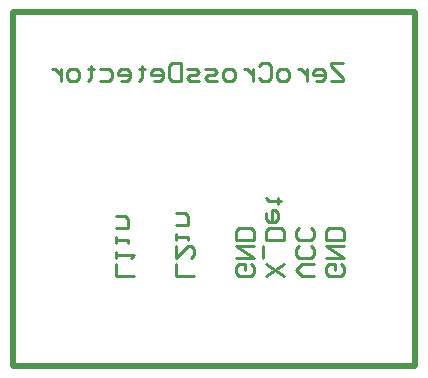
<source format=gbo>
G04*
G04 #@! TF.GenerationSoftware,Altium Limited,CircuitStudio,1.5.2 (1.5.2.30)*
G04*
G04 Layer_Color=13948096*
%FSLAX44Y44*%
%MOMM*%
G71*
G01*
G75*
%ADD19C,0.2540*%
%ADD20C,0.5000*%
D19*
X539400Y506535D02*
X529243D01*
Y503996D01*
X539400Y493839D01*
Y491300D01*
X529243D01*
X516547D02*
X521626D01*
X524165Y493839D01*
Y498917D01*
X521626Y501457D01*
X516547D01*
X514008Y498917D01*
Y496378D01*
X524165D01*
X508930Y501457D02*
Y491300D01*
Y496378D01*
X506390Y498917D01*
X503851Y501457D01*
X501312D01*
X491156Y491300D02*
X486077D01*
X483538Y493839D01*
Y498917D01*
X486077Y501457D01*
X491156D01*
X493695Y498917D01*
Y493839D01*
X491156Y491300D01*
X468303Y503996D02*
X470842Y506535D01*
X475920D01*
X478460Y503996D01*
Y493839D01*
X475920Y491300D01*
X470842D01*
X468303Y493839D01*
X463224Y501457D02*
Y491300D01*
Y496378D01*
X460685Y498917D01*
X458146Y501457D01*
X455607D01*
X445450Y491300D02*
X440372D01*
X437833Y493839D01*
Y498917D01*
X440372Y501457D01*
X445450D01*
X447989Y498917D01*
Y493839D01*
X445450Y491300D01*
X432754D02*
X425137D01*
X422598Y493839D01*
X425137Y496378D01*
X430215D01*
X432754Y498917D01*
X430215Y501457D01*
X422598D01*
X417519Y491300D02*
X409902D01*
X407363Y493839D01*
X409902Y496378D01*
X414980D01*
X417519Y498917D01*
X414980Y501457D01*
X407363D01*
X402284Y506535D02*
Y491300D01*
X394667D01*
X392127Y493839D01*
Y503996D01*
X394667Y506535D01*
X402284D01*
X379432Y491300D02*
X384510D01*
X387049Y493839D01*
Y498917D01*
X384510Y501457D01*
X379432D01*
X376892Y498917D01*
Y496378D01*
X387049D01*
X369275Y503996D02*
Y501457D01*
X371814D01*
X366736D01*
X369275D01*
Y493839D01*
X366736Y491300D01*
X351501D02*
X356579D01*
X359118Y493839D01*
Y498917D01*
X356579Y501457D01*
X351501D01*
X348961Y498917D01*
Y496378D01*
X359118D01*
X333726Y501457D02*
X341344D01*
X343883Y498917D01*
Y493839D01*
X341344Y491300D01*
X333726D01*
X326109Y503996D02*
Y501457D01*
X328648D01*
X323570D01*
X326109D01*
Y493839D01*
X323570Y491300D01*
X313413D02*
X308335D01*
X305795Y493839D01*
Y498917D01*
X308335Y501457D01*
X313413D01*
X315952Y498917D01*
Y493839D01*
X313413Y491300D01*
X300717Y501457D02*
Y491300D01*
Y496378D01*
X298178Y498917D01*
X295639Y501457D01*
X293099D01*
X361948Y326200D02*
X346712D01*
Y336357D01*
Y341435D02*
Y346513D01*
Y343974D01*
X361948D01*
X359408Y341435D01*
X346712Y354131D02*
Y359209D01*
Y356670D01*
X356869D01*
Y354131D01*
X346712Y366827D02*
X356869D01*
Y374444D01*
X354330Y376983D01*
X346712D01*
X412748Y326200D02*
X397513D01*
Y336357D01*
Y351592D02*
Y341435D01*
X407669Y351592D01*
X410208D01*
X412748Y349053D01*
Y343974D01*
X410208Y341435D01*
X397513Y356670D02*
Y361748D01*
Y359209D01*
X407669D01*
Y356670D01*
X397513Y369366D02*
X407669D01*
Y376983D01*
X405130Y379523D01*
X397513D01*
X461008Y336357D02*
X463548Y333817D01*
Y328739D01*
X461008Y326200D01*
X450852D01*
X448312Y328739D01*
Y333817D01*
X450852Y336357D01*
X455930D01*
Y331278D01*
X448312Y341435D02*
X463548D01*
X448312Y351592D01*
X463548D01*
Y356670D02*
X448312D01*
Y364288D01*
X450852Y366827D01*
X461008D01*
X463548Y364288D01*
Y356670D01*
X488948Y326200D02*
X473713Y336357D01*
X488948D02*
X473713Y326200D01*
X471173Y341435D02*
Y351592D01*
X488948Y356670D02*
X473713D01*
Y364288D01*
X476252Y366827D01*
X486408D01*
X488948Y364288D01*
Y356670D01*
X473713Y379523D02*
Y374444D01*
X476252Y371905D01*
X481330D01*
X483869Y374444D01*
Y379523D01*
X481330Y382062D01*
X478791D01*
Y371905D01*
X486408Y389679D02*
X483869D01*
Y387140D01*
Y392219D01*
Y389679D01*
X476252D01*
X473713Y392219D01*
X514348Y326200D02*
X504191D01*
X499113Y331278D01*
X504191Y336357D01*
X514348D01*
X511808Y351592D02*
X514348Y349053D01*
Y343974D01*
X511808Y341435D01*
X501652D01*
X499113Y343974D01*
Y349053D01*
X501652Y351592D01*
X511808Y366827D02*
X514348Y364288D01*
Y359209D01*
X511808Y356670D01*
X501652D01*
X499113Y359209D01*
Y364288D01*
X501652Y366827D01*
X537208Y336357D02*
X539748Y333817D01*
Y328739D01*
X537208Y326200D01*
X527052D01*
X524512Y328739D01*
Y333817D01*
X527052Y336357D01*
X532130D01*
Y331278D01*
X524512Y341435D02*
X539748D01*
X524512Y351592D01*
X539748D01*
Y356670D02*
X524512D01*
Y364288D01*
X527052Y366827D01*
X537208D01*
X539748Y364288D01*
Y356670D01*
D20*
X260000Y250000D02*
X600000D01*
Y550000D01*
X260000D02*
X600000D01*
X260000Y250000D02*
Y550000D01*
M02*

</source>
